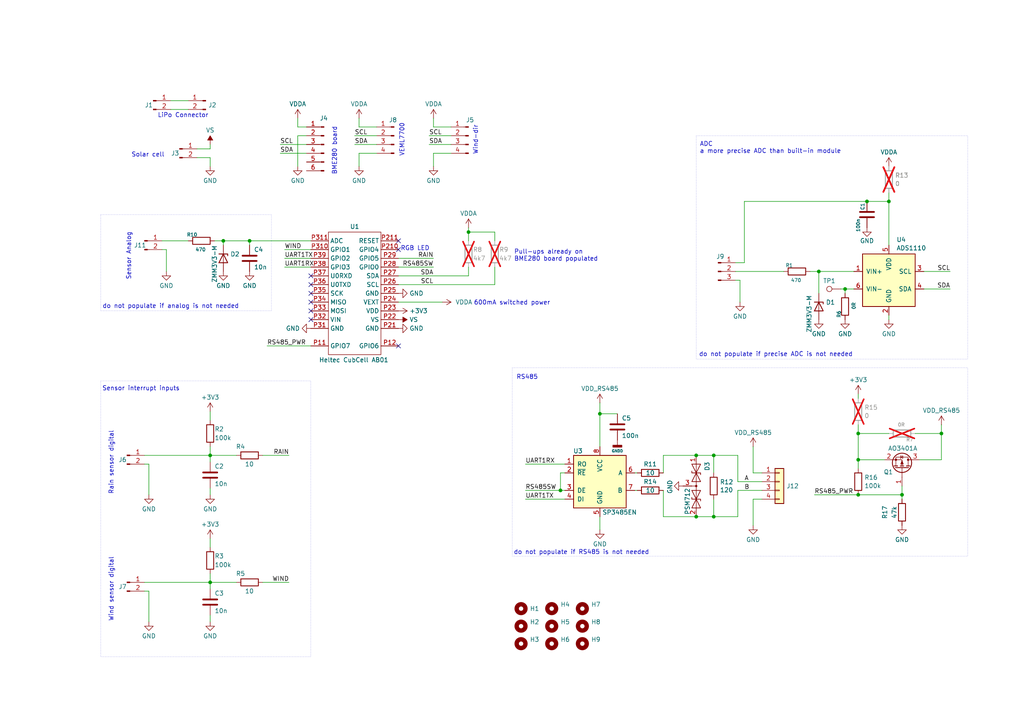
<source format=kicad_sch>
(kicad_sch (version 20231120) (generator "eeschema") (generator_version "8.0")
  (paper "A4")
  (title_block (title "LoRa Weather Station Mainboard") (rev "2.2") (company "B.P."))
  (lib_symbols
    (symbol "Analog_ADC:ADS1110" (pin_names (offset 1.016))
      (property "Reference" "U" (at -7.62 8.89 0))
      (property "Value" "ADS1110" (at 1.27 8.89 0))
      (symbol "ADS1110_0_1"
        (rectangle (start -7.62 7.62) (end 7.62 -7.62) (stroke (width 0.254)) (fill (type background)))
      )
      (symbol "ADS1110_1_1"
        (pin input line (at -10.16 2.54 0) (length 2.54) (name "VIN+") (number "1"))
        (pin power_in line (at 0 -10.16 90) (length 2.54) (name "GND") (number "2"))
        (pin input line (at 10.16 2.54 180) (length 2.54) (name "SCL") (number "3"))
        (pin bidirectional line (at 10.16 -2.54 180) (length 2.54) (name "SDA") (number "4"))
        (pin power_in line (at 0 10.16 270) (length 2.54) (name "VDD") (number "5"))
        (pin input line (at -10.16 -2.54 0) (length 2.54) (name "VIN-") (number "6"))
      )
    )
    (symbol "Connector:Conn_01x02_Pin" (pin_names (offset 1.016) hide)
      (property "Reference" "J" (at 0 2.54 0))
      (property "Value" "Conn_01x02_Pin" (at 0 -5.08 0))
      (symbol "Conn_01x02_Pin_1_1"
        (polyline (pts (xy 1.27 -2.54) (xy 0.8636 -2.54)) (stroke (width 0.1524)))
        (polyline (pts (xy 1.27 0) (xy 0.8636 0)) (stroke (width 0.1524)))
        (rectangle (start 0.8636 -2.413) (end 0 -2.667) (stroke (width 0.1524)) (fill (type outline)))
        (rectangle (start 0.8636 0.127) (end 0 -0.127) (stroke (width 0.1524)) (fill (type outline)))
        (pin passive line (at 5.08 0 180) (length 3.81) (name "Pin_1") (number "1"))
        (pin passive line (at 5.08 -2.54 180) (length 3.81) (name "Pin_2") (number "2"))
      )
    )
    (symbol "Connector:Conn_01x03_Pin" (pin_names (offset 1.016) hide)
      (property "Reference" "J" (at 0 5.08 0))
      (property "Value" "Conn_01x03_Pin" (at 0 -5.08 0))
      (symbol "Conn_01x03_Pin_1_1"
        (polyline (pts (xy 1.27 -2.54) (xy 0.8636 -2.54)) (stroke (width 0.1524)))
        (polyline (pts (xy 1.27 0) (xy 0.8636 0)) (stroke (width 0.1524)))
        (polyline (pts (xy 1.27 2.54) (xy 0.8636 2.54)) (stroke (width 0.1524)))
        (rectangle (start 0.8636 -2.413) (end 0 -2.667) (stroke (width 0.1524)) (fill (type outline)))
        (rectangle (start 0.8636 0.127) (end 0 -0.127) (stroke (width 0.1524)) (fill (type outline)))
        (rectangle (start 0.8636 2.667) (end 0 2.413) (stroke (width 0.1524)) (fill (type outline)))
        (pin passive line (at 5.08 2.54 180) (length 3.81) (name "Pin_1") (number "1"))
        (pin passive line (at 5.08 0 180) (length 3.81) (name "Pin_2") (number "2"))
        (pin passive line (at 5.08 -2.54 180) (length 3.81) (name "Pin_3") (number "3"))
      )
    )
    (symbol "Connector:Conn_01x04_Pin" (pin_names (offset 1.016) hide)
      (property "Reference" "J" (at 0 5.08 0))
      (property "Value" "Conn_01x04_Pin" (at 0 -7.62 0))
      (symbol "Conn_01x04_Pin_1_1"
        (polyline (pts (xy 1.27 -5.08) (xy 0.8636 -5.08)) (stroke (width 0.1524)))
        (polyline (pts (xy 1.27 -2.54) (xy 0.8636 -2.54)) (stroke (width 0.1524)))
        (polyline (pts (xy 1.27 0) (xy 0.8636 0)) (stroke (width 0.1524)))
        (polyline (pts (xy 1.27 2.54) (xy 0.8636 2.54)) (stroke (width 0.1524)))
        (rectangle (start 0.8636 -4.953) (end 0 -5.207) (stroke (width 0.1524)) (fill (type outline)))
        (rectangle (start 0.8636 -2.413) (end 0 -2.667) (stroke (width 0.1524)) (fill (type outline)))
        (rectangle (start 0.8636 0.127) (end 0 -0.127) (stroke (width 0.1524)) (fill (type outline)))
        (rectangle (start 0.8636 2.667) (end 0 2.413) (stroke (width 0.1524)) (fill (type outline)))
        (pin passive line (at 5.08 2.54 180) (length 3.81) (name "Pin_1") (number "1"))
        (pin passive line (at 5.08 0 180) (length 3.81) (name "Pin_2") (number "2"))
        (pin passive line (at 5.08 -2.54 180) (length 3.81) (name "Pin_3") (number "3"))
        (pin passive line (at 5.08 -5.08 180) (length 3.81) (name "Pin_4") (number "4"))
      )
    )
    (symbol "Connector:Conn_01x06_Pin" (pin_names (offset 1.016) hide)
      (property "Reference" "J" (at 0 7.62 0))
      (property "Value" "Conn_01x06_Pin" (at 0 -10.16 0))
      (symbol "Conn_01x06_Pin_1_1"
        (polyline (pts (xy 1.27 -7.62) (xy 0.8636 -7.62)) (stroke (width 0.1524)))
        (polyline (pts (xy 1.27 -5.08) (xy 0.8636 -5.08)) (stroke (width 0.1524)))
        (polyline (pts (xy 1.27 -2.54) (xy 0.8636 -2.54)) (stroke (width 0.1524)))
        (polyline (pts (xy 1.27 0) (xy 0.8636 0)) (stroke (width 0.1524)))
        (polyline (pts (xy 1.27 2.54) (xy 0.8636 2.54)) (stroke (width 0.1524)))
        (polyline (pts (xy 1.27 5.08) (xy 0.8636 5.08)) (stroke (width 0.1524)))
        (rectangle (start 0.8636 -7.493) (end 0 -7.747) (stroke (width 0.1524)) (fill (type outline)))
        (rectangle (start 0.8636 -4.953) (end 0 -5.207) (stroke (width 0.1524)) (fill (type outline)))
        (rectangle (start 0.8636 -2.413) (end 0 -2.667) (stroke (width 0.1524)) (fill (type outline)))
        (rectangle (start 0.8636 0.127) (end 0 -0.127) (stroke (width 0.1524)) (fill (type outline)))
        (rectangle (start 0.8636 2.667) (end 0 2.413) (stroke (width 0.1524)) (fill (type outline)))
        (rectangle (start 0.8636 5.207) (end 0 4.953) (stroke (width 0.1524)) (fill (type outline)))
        (pin passive line (at 5.08 5.08 180) (length 3.81) (name "Pin_1") (number "1"))
        (pin passive line (at 5.08 2.54 180) (length 3.81) (name "Pin_2") (number "2"))
        (pin passive line (at 5.08 0 180) (length 3.81) (name "Pin_3") (number "3"))
        (pin passive line (at 5.08 -2.54 180) (length 3.81) (name "Pin_4") (number "4"))
        (pin passive line (at 5.08 -5.08 180) (length 3.81) (name "Pin_5") (number "5"))
        (pin passive line (at 5.08 -7.62 180) (length 3.81) (name "Pin_6") (number "6"))
      )
    )
    (symbol "Connector:TestPoint" (pin_numbers hide) (pin_names (offset 0.762) hide)
      (property "Reference" "TP" (at 0 6.858 0))
      (property "Value" "TestPoint" (at 0 5.08 0))
      (symbol "TestPoint_0_1"
        (circle (center 0 3.302) (radius 0.762))
      )
      (symbol "TestPoint_1_1"
        (pin passive line (at 0 0 90) (length 2.54) (name "1") (number "1"))
      )
    )
    (symbol "Connector_Generic:Conn_01x04" (pin_names (offset 1.016) hide)
      (property "Reference" "J" (at 0 5.08 0))
      (property "Value" "Conn_01x04" (at 0 -7.62 0))
      (symbol "Conn_01x04_1_1"
        (rectangle (start -1.27 -4.953) (end 0 -5.207) (stroke (width 0.1524)))
        (rectangle (start -1.27 -2.413) (end 0 -2.667) (stroke (width 0.1524)))
        (rectangle (start -1.27 0.127) (end 0 -0.127) (stroke (width 0.1524)))
        (rectangle (start -1.27 2.667) (end 0 2.413) (stroke (width 0.1524)))
        (rectangle (start -1.27 3.81) (end 1.27 -6.35) (stroke (width 0.254)) (fill (type background)))
        (pin passive line (at -5.08 2.54 0) (length 3.81) (name "Pin_1") (number "1"))
        (pin passive line (at -5.08 0 0) (length 3.81) (name "Pin_2") (number "2"))
        (pin passive line (at -5.08 -2.54 0) (length 3.81) (name "Pin_3") (number "3"))
        (pin passive line (at -5.08 -5.08 0) (length 3.81) (name "Pin_4") (number "4"))
      )
    )
    (symbol "Device:C" (pin_numbers hide) (pin_names (offset 0.254))
      (property "Reference" "C" (at 0.635 2.54 0))
      (property "Value" "C" (at 0.635 -2.54 0))
      (symbol "C_0_1"
        (polyline (pts (xy -2.032 -0.762) (xy 2.032 -0.762)) (stroke (width 0.508)))
        (polyline (pts (xy -2.032 0.762) (xy 2.032 0.762)) (stroke (width 0.508)))
      )
      (symbol "C_1_1"
        (pin passive line (at 0 3.81 270) (length 2.794) (name "~") (number "1"))
        (pin passive line (at 0 -3.81 90) (length 2.794) (name "~") (number "2"))
      )
    )
    (symbol "Device:D_TVS_x2_AAC" (pin_names (offset 1.016) hide)
      (property "Reference" "D" (at 0 4.445 0))
      (property "Value" "Device_D_TVS_x2_AAC" (at 0 2.54 0))
      (symbol "D_TVS_x2_AAC_0_0"
        (polyline (pts (xy 0 -1.27) (xy 0 0)))
      )
      (symbol "D_TVS_x2_AAC_0_1"
        (polyline (pts (xy -6.35 0) (xy 6.35 0)))
        (polyline (pts (xy -3.302 1.27) (xy -3.81 1.27) (xy -3.81 -1.27) (xy -4.318 -1.27)) (stroke (width 0.2032)))
        (polyline (pts (xy 4.318 1.27) (xy 3.81 1.27) (xy 3.81 -1.27) (xy 3.302 -1.27)) (stroke (width 0.2032)))
        (polyline (pts (xy -6.35 -1.27) (xy -1.27 1.27) (xy -1.27 -1.27) (xy -6.35 1.27) (xy -6.35 -1.27)) (stroke (width 0.2032)))
        (polyline (pts (xy 1.27 -1.27) (xy 1.27 1.27) (xy 6.35 -1.27) (xy 6.35 1.27) (xy 1.27 -1.27)) (stroke (width 0.2032)))
        (circle (center 0 0) (radius 0.254) (fill (type outline)))
      )
      (symbol "D_TVS_x2_AAC_1_1"
        (pin passive line (at -8.89 0 0) (length 2.54) (name "A1") (number "1"))
        (pin passive line (at 8.89 0 180) (length 2.54) (name "A2") (number "2"))
        (pin input line (at 0 -3.81 90) (length 2.54) (name "common") (number "3"))
      )
    )
    (symbol "Device:D_Zener" (pin_numbers hide) (pin_names (offset 1.016) hide)
      (property "Reference" "D" (at 0 2.54 0))
      (property "Value" "D_Zener" (at 0 -2.54 0))
      (symbol "D_Zener_0_1"
        (polyline (pts (xy 1.27 0) (xy -1.27 0)))
        (polyline (pts (xy -1.27 -1.27) (xy -1.27 1.27) (xy -0.762 1.27)) (stroke (width 0.254)))
        (polyline (pts (xy 1.27 -1.27) (xy 1.27 1.27) (xy -1.27 0) (xy 1.27 -1.27)) (stroke (width 0.254)))
      )
      (symbol "D_Zener_1_1"
        (pin passive line (at -3.81 0 0) (length 2.54) (name "K") (number "1"))
        (pin passive line (at 3.81 0 180) (length 2.54) (name "A") (number "2"))
      )
    )
    (symbol "Device:R" (pin_numbers hide) (pin_names (offset 0))
      (property "Reference" "R" (at 2.032 0 90))
      (property "Value" "R" (at 0 0 90))
      (symbol "R_0_1"
        (rectangle (start -1.016 -2.54) (end 1.016 2.54) (stroke (width 0.254)))
      )
      (symbol "R_1_1"
        (pin passive line (at 0 3.81 270) (length 1.27) (name "~") (number "1"))
        (pin passive line (at 0 -3.81 90) (length 1.27) (name "~") (number "2"))
      )
    )
    (symbol "Heltec:CubeCellAB01"
      (property "Reference" "U" (at 7.62 0 0))
      (symbol "CubeCellAB01_0_1"
        (rectangle (start 0 -1.27) (end 15.24 -36.83))
      )
      (symbol "CubeCellAB01_1_1"
        (pin power_in line (at -5.08 -34.29 0) (length 5.08) (name "GPIO7") (number "P11"))
        (pin power_in line (at 20.32 -34.29 180) (length 5.08) (name "GPIO6") (number "P12"))
        (pin power_in line (at 20.32 -29.21 180) (length 5.08) (name "GND") (number "P21"))
        (pin bidirectional line (at 20.32 -6.35 180) (length 5.08) (name "GPIO4") (number "P210"))
        (pin input line (at 20.32 -3.81 180) (length 5.08) (name "RESET") (number "P211"))
        (pin power_in line (at 20.32 -26.67 180) (length 5.08) (name "VS") (number "P22"))
        (pin power_in line (at 20.32 -24.13 180) (length 5.08) (name "VDD") (number "P23"))
        (pin power_in line (at 20.32 -21.59 180) (length 5.08) (name "VEXT") (number "P24"))
        (pin power_in line (at 20.32 -19.05 180) (length 5.08) (name "GND") (number "P25"))
        (pin bidirectional line (at 20.32 -16.51 180) (length 5.08) (name "SCL") (number "P26"))
        (pin bidirectional line (at 20.32 -13.97 180) (length 5.08) (name "SDA") (number "P27"))
        (pin bidirectional line (at 20.32 -11.43 180) (length 5.08) (name "GPIO0") (number "P28"))
        (pin bidirectional line (at 20.32 -8.89 180) (length 5.08) (name "GPIO5") (number "P29"))
        (pin power_in line (at -5.08 -29.21 0) (length 5.08) (name "GND") (number "P31"))
        (pin bidirectional line (at -5.08 -6.35 0) (length 5.08) (name "GPIO1") (number "P310"))
        (pin bidirectional line (at -5.08 -3.81 0) (length 5.08) (name "ADC") (number "P311"))
        (pin power_in line (at -5.08 -26.67 0) (length 5.08) (name "VIN") (number "P32"))
        (pin bidirectional line (at -5.08 -24.13 0) (length 5.08) (name "MOSI") (number "P33"))
        (pin bidirectional line (at -5.08 -21.59 0) (length 5.08) (name "MISO") (number "P34"))
        (pin bidirectional line (at -5.08 -19.05 0) (length 5.08) (name "SCK") (number "P35"))
        (pin bidirectional line (at -5.08 -16.51 0) (length 5.08) (name "U0TXD") (number "P36"))
        (pin bidirectional line (at -5.08 -13.97 0) (length 5.08) (name "U0RXD") (number "P37"))
        (pin bidirectional line (at -5.08 -11.43 0) (length 5.08) (name "GPIO3") (number "P38"))
        (pin bidirectional line (at -5.08 -8.89 0) (length 5.08) (name "GPIO2") (number "P39"))
      )
    )
    (symbol "Interface_UART:SP3485EN" (pin_names (offset 1.016))
      (property "Reference" "U" (at -7.62 8.89 0))
      (property "Value" "SP3485EN" (at 2.54 8.89 0))
      (symbol "SP3485EN_0_1"
        (rectangle (start -7.62 7.62) (end 7.62 -7.62) (stroke (width 0.254)) (fill (type background)))
      )
      (symbol "SP3485EN_1_1"
        (pin output line (at -10.16 5.08 0) (length 2.54) (name "RO") (number "1"))
        (pin input line (at -10.16 2.54 0) (length 2.54) (name "~{RE}") (number "2"))
        (pin input line (at -10.16 -2.54 0) (length 2.54) (name "DE") (number "3"))
        (pin input line (at -10.16 -5.08 0) (length 2.54) (name "DI") (number "4"))
        (pin power_in line (at 0 -10.16 90) (length 2.54) (name "GND") (number "5"))
        (pin bidirectional line (at 10.16 2.54 180) (length 2.54) (name "A") (number "6"))
        (pin bidirectional line (at 10.16 -2.54 180) (length 2.54) (name "B") (number "7"))
        (pin power_in line (at 0 10.16 270) (length 2.54) (name "VCC") (number "8"))
      )
    )
    (symbol "Mechanical:MountingHole" (pin_names (offset 1.016))
      (property "Reference" "H" (at 0 5.08 0))
      (property "Value" "MountingHole" (at 0 3.175 0))
      (symbol "MountingHole_0_1"
        (circle (center 0 0) (radius 1.27) (stroke (width 1.27)))
      )
    )
    (symbol "R_1" (pin_numbers hide) (pin_names (offset 0))
      (property "Reference" "R" (at 2.032 0 90))
      (property "Value" "R" (at 0 0 90))
      (symbol "R_1_0_1"
        (rectangle (start -1.016 -2.54) (end 1.016 2.54) (stroke (width 0.254)))
      )
      (symbol "R_1_1_1"
        (pin passive line (at 0 3.81 270) (length 1.27) (name "~") (number "1"))
        (pin passive line (at 0 -3.81 90) (length 1.27) (name "~") (number "2"))
      )
    )
    (symbol "Transistor_FET:AO3401A" (pin_names hide)
      (property "Reference" "Q" (at 5.08 1.905 0))
      (property "Value" "AO3401A" (at 5.08 0 0))
      (symbol "AO3401A_0_1"
        (polyline (pts (xy 0.254 0) (xy -2.54 0)))
        (polyline (pts (xy 0.254 1.905) (xy 0.254 -1.905)) (stroke (width 0.254)))
        (polyline (pts (xy 0.762 -1.27) (xy 0.762 -2.286)) (stroke (width 0.254)))
        (polyline (pts (xy 0.762 0.508) (xy 0.762 -0.508)) (stroke (width 0.254)))
        (polyline (pts (xy 0.762 2.286) (xy 0.762 1.27)) (stroke (width 0.254)))
        (polyline (pts (xy 2.54 2.54) (xy 2.54 1.778)))
        (polyline (pts (xy 2.54 -2.54) (xy 2.54 0) (xy 0.762 0)))
        (polyline (pts (xy 0.762 1.778) (xy 3.302 1.778) (xy 3.302 -1.778) (xy 0.762 -1.778)))
        (polyline (pts (xy 2.286 0) (xy 1.27 0.381) (xy 1.27 -0.381) (xy 2.286 0)) (fill (type outline)))
        (polyline (pts (xy 2.794 -0.508) (xy 2.921 -0.381) (xy 3.683 -0.381) (xy 3.81 -0.254)))
        (polyline (pts (xy 3.302 -0.381) (xy 2.921 0.254) (xy 3.683 0.254) (xy 3.302 -0.381)))
        (circle (center 1.651 0) (radius 2.794) (stroke (width 0.254)))
        (circle (center 2.54 -1.778) (radius 0.254) (fill (type outline)))
        (circle (center 2.54 1.778) (radius 0.254) (fill (type outline)))
      )
      (symbol "AO3401A_1_1"
        (pin input line (at -5.08 0 0) (length 2.54) (name "G") (number "1"))
        (pin passive line (at 2.54 -5.08 90) (length 2.54) (name "S") (number "2"))
        (pin passive line (at 2.54 5.08 270) (length 2.54) (name "D") (number "3"))
      )
    )
    (symbol "power:+3V3" (power) (pin_names (offset 0))
      (property "Value" "+3V3" (at 0 3.556 0))
      (symbol "+3V3_0_1"
        (polyline (pts (xy -0.762 1.27) (xy 0 2.54)))
        (polyline (pts (xy 0 0) (xy 0 2.54)))
        (polyline (pts (xy 0 2.54) (xy 0.762 1.27)))
      )
      (symbol "+3V3_1_1"
        (pin power_in line (at 0 0 90) (length 0) hide (name "+3V3") (number "1"))
      )
    )
    (symbol "power:GND" (power) (pin_names (offset 0))
      (property "Value" "GND" (at 0 -3.81 0))
      (symbol "GND_0_1"
        (polyline (pts (xy 0 0) (xy 0 -1.27) (xy 1.27 -1.27) (xy 0 -2.54) (xy -1.27 -1.27) (xy 0 -1.27)))
      )
      (symbol "GND_1_1"
        (pin power_in line (at 0 0 270) (length 0) hide (name "GND") (number "1"))
      )
    )
    (symbol "power:GNDD" (power) (pin_names (offset 0))
      (property "Value" "GNDD" (at 0 -3.175 0))
      (symbol "GNDD_0_1"
        (rectangle (start -1.27 -1.524) (end 1.27 -2.032) (stroke (width 0.254)) (fill (type outline)))
        (polyline (pts (xy 0 0) (xy 0 -1.524)))
      )
      (symbol "GNDD_1_1"
        (pin power_in line (at 0 0 270) (length 0) hide (name "GNDD") (number "1"))
      )
    )
    (symbol "power:VD" (power) (pin_numbers hide) (pin_names (offset 0) hide)
      (property "Value" "VD" (at 0 3.556 0))
      (symbol "VD_0_1"
        (polyline (pts (xy -0.762 1.27) (xy 0 2.54)))
        (polyline (pts (xy 0 0) (xy 0 2.54)))
        (polyline (pts (xy 0 2.54) (xy 0.762 1.27)))
      )
      (symbol "VD_1_1"
        (pin power_in line (at 0 0 90) (length 0) (name "~") (number "1"))
      )
    )
    (symbol "power:VDDA" (power) (pin_names (offset 0))
      (property "Value" "VDDA" (at 0 3.81 0))
      (symbol "VDDA_0_1"
        (polyline (pts (xy -0.762 1.27) (xy 0 2.54)))
        (polyline (pts (xy 0 0) (xy 0 2.54)))
        (polyline (pts (xy 0 2.54) (xy 0.762 1.27)))
      )
      (symbol "VDDA_1_1"
        (pin power_in line (at 0 0 90) (length 0) hide (name "VDDA") (number "1"))
      )
    )
    (symbol "power:VS" (power) (pin_names (offset 0))
      (property "Value" "VS" (at 0 3.81 0))
      (symbol "VS_0_1"
        (polyline (pts (xy 0 0) (xy 0 2.54)))
        (polyline (pts (xy 0.762 1.27) (xy -0.762 1.27) (xy 0 2.54) (xy 0.762 1.27)) (fill (type outline)))
      )
      (symbol "VS_1_1"
        (pin power_in line (at 0 0 90) (length 0) hide (name "VS") (number "1"))
      )
    )
  )
  (junction (at 273.05 125.73))
  (junction (at 251.46 58.42))
  (junction (at 162.56 142.24))
  (junction (at 257.81 58.42))
  (junction (at 64.77 69.85))
  (junction (at 60.96 132.08))
  (junction (at 173.99 120.015))
  (junction (at 60.96 168.91))
  (junction (at 135.89 67.31))
  (junction (at 261.62 143.51))
  (junction (at 201.93 149.86))
  (junction (at 72.39 69.85))
  (junction (at 245.11 83.82))
  (junction (at 201.93 132.08))
  (junction (at 207.01 149.86))
  (junction (at 207.01 132.08))
  (junction (at 248.92 143.51))
  (junction (at 237.49 78.74))
  (junction (at 248.92 133.35))
  (junction (at 248.92 125.73))
  (no_connect (at 115.57 69.85))
  (no_connect (at 115.57 100.33))
  (no_connect (at 90.17 92.71))
  (no_connect (at 90.17 90.17))
  (no_connect (at 90.17 87.63))
  (no_connect (at 90.17 80.01))
  (no_connect (at 90.17 85.09))
  (no_connect (at 115.57 72.39))
  (no_connect (at 90.17 82.55))
  (wire (pts (xy 213.995 149.86) (xy 213.995 142.24)))
  (wire (pts (xy 125.73 44.45) (xy 125.73 48.26)))
  (wire (pts (xy 109.22 44.45) (xy 104.14 44.45)))
  (wire (pts (xy 109.22 36.83) (xy 104.14 36.83)))
  (wire (pts (xy 135.89 66.04) (xy 135.89 67.31)))
  (wire (pts (xy 192.405 137.16) (xy 192.405 132.08)))
  (wire (pts (xy 82.55 77.47) (xy 90.17 77.47)))
  (wire (pts (xy 173.99 120.015) (xy 173.99 129.54)))
  (wire (pts (xy 152.4 144.78) (xy 163.83 144.78)))
  (wire (pts (xy 60.96 119.38) (xy 60.96 121.92)))
  (wire (pts (xy 257.81 58.42) (xy 257.81 71.12)))
  (wire (pts (xy 60.96 43.18) (xy 57.15 43.18)))
  (wire (pts (xy 214.63 81.28) (xy 213.36 81.28)))
  (wire (pts (xy 60.96 132.08) (xy 60.96 129.54)))
  (wire (pts (xy 76.2 132.08) (xy 83.82 132.08)))
  (wire (pts (xy 218.44 144.78) (xy 220.98 144.78)))
  (wire (pts (xy 115.57 82.55) (xy 143.51 82.55)))
  (wire (pts (xy 192.405 132.08) (xy 201.93 132.08)))
  (wire (pts (xy 64.77 69.85) (xy 64.77 71.12)))
  (wire (pts (xy 135.89 67.31) (xy 135.89 69.85)))
  (wire (pts (xy 135.89 77.47) (xy 135.89 80.01)))
  (wire (pts (xy 57.15 45.72) (xy 60.96 45.72)))
  (wire (pts (xy 215.9 58.42) (xy 215.9 76.2)))
  (wire (pts (xy 48.26 78.74) (xy 48.26 72.39)))
  (wire (pts (xy 273.05 125.73) (xy 273.05 123.19)))
  (wire (pts (xy 152.4 142.24) (xy 162.56 142.24)))
  (wire (pts (xy 257.81 55.88) (xy 257.81 58.42)))
  (wire (pts (xy 130.81 44.45) (xy 125.73 44.45)))
  (wire (pts (xy 201.93 149.86) (xy 207.01 149.86)))
  (wire (pts (xy 41.91 168.91) (xy 60.96 168.91)))
  (wire (pts (xy 214.63 87.63) (xy 214.63 81.28)))
  (wire (pts (xy 41.91 132.08) (xy 60.96 132.08)))
  (wire (pts (xy 130.81 41.91) (xy 124.46 41.91)))
  (wire (pts (xy 152.4 134.62) (xy 163.83 134.62)))
  (wire (pts (xy 207.01 132.08) (xy 207.01 137.16)))
  (wire (pts (xy 162.56 142.24) (xy 162.56 137.16)))
  (wire (pts (xy 115.57 74.93) (xy 125.73 74.93)))
  (wire (pts (xy 234.95 78.74) (xy 237.49 78.74)))
  (wire (pts (xy 130.81 36.83) (xy 125.73 36.83)))
  (wire (pts (xy 237.49 78.74) (xy 247.65 78.74)))
  (wire (pts (xy 266.7 133.35) (xy 273.05 133.35)))
  (wire (pts (xy 265.43 125.73) (xy 273.05 125.73)))
  (wire (pts (xy 115.57 80.01) (xy 135.89 80.01)))
  (wire (pts (xy 143.51 67.31) (xy 135.89 67.31)))
  (wire (pts (xy 86.36 39.37) (xy 88.9 39.37)))
  (wire (pts (xy 248.92 133.35) (xy 256.54 133.35)))
  (wire (pts (xy 60.96 132.08) (xy 68.58 132.08)))
  (wire (pts (xy 218.44 152.4) (xy 218.44 144.78)))
  (wire (pts (xy 192.405 149.86) (xy 201.93 149.86)))
  (wire (pts (xy 213.995 142.24) (xy 220.98 142.24)))
  (wire (pts (xy 115.57 77.47) (xy 125.73 77.47)))
  (wire (pts (xy 173.99 149.86) (xy 173.99 153.67)))
  (wire (pts (xy 248.92 125.73) (xy 248.92 133.35)))
  (wire (pts (xy 60.96 180.34) (xy 60.96 178.435)))
  (wire (pts (xy 77.47 100.33) (xy 90.17 100.33)))
  (wire (pts (xy 60.96 143.51) (xy 60.96 141.605)))
  (wire (pts (xy 109.22 41.91) (xy 102.87 41.91)))
  (wire (pts (xy 143.51 69.85) (xy 143.51 67.31)))
  (wire (pts (xy 248.92 123.19) (xy 248.92 125.73)))
  (wire (pts (xy 104.14 36.83) (xy 104.14 34.29)))
  (wire (pts (xy 43.18 134.62) (xy 43.18 143.51)))
  (wire (pts (xy 257.81 92.71) (xy 257.81 91.44)))
  (wire (pts (xy 245.11 83.82) (xy 243.84 83.82)))
  (wire (pts (xy 163.83 142.24) (xy 162.56 142.24)))
  (wire (pts (xy 90.17 72.39) (xy 82.55 72.39)))
  (wire (pts (xy 43.18 171.45) (xy 43.18 180.34)))
  (wire (pts (xy 220.98 137.16) (xy 218.44 137.16)))
  (wire (pts (xy 257.81 58.42) (xy 251.46 58.42)))
  (wire (pts (xy 60.96 168.91) (xy 60.96 170.815)))
  (wire (pts (xy 72.39 69.85) (xy 72.39 71.12)))
  (wire (pts (xy 162.56 137.16) (xy 163.83 137.16)))
  (wire (pts (xy 213.995 139.7) (xy 220.98 139.7)))
  (wire (pts (xy 60.96 41.91) (xy 60.96 43.18)))
  (wire (pts (xy 248.92 125.73) (xy 257.81 125.73)))
  (wire (pts (xy 248.92 143.51) (xy 261.62 143.51)))
  (wire (pts (xy 62.23 69.85) (xy 64.77 69.85)))
  (wire (pts (xy 213.995 132.08) (xy 213.995 139.7)))
  (wire (pts (xy 245.11 85.09) (xy 245.11 83.82)))
  (wire (pts (xy 201.93 132.08) (xy 207.01 132.08)))
  (wire (pts (xy 184.15 137.16) (xy 184.785 137.16)))
  (wire (pts (xy 215.9 58.42) (xy 251.46 58.42)))
  (wire (pts (xy 267.97 78.74) (xy 275.59 78.74)))
  (wire (pts (xy 207.01 149.86) (xy 207.01 144.78)))
  (wire (pts (xy 60.96 168.91) (xy 68.58 168.91)))
  (wire (pts (xy 60.96 156.21) (xy 60.96 158.75)))
  (wire (pts (xy 267.97 83.82) (xy 275.59 83.82)))
  (wire (pts (xy 130.81 39.37) (xy 124.46 39.37)))
  (wire (pts (xy 237.49 78.74) (xy 237.49 85.09)))
  (wire (pts (xy 86.36 36.83) (xy 86.36 34.29)))
  (wire (pts (xy 143.51 77.47) (xy 143.51 82.55)))
  (wire (pts (xy 184.15 142.24) (xy 184.785 142.24)))
  (wire (pts (xy 261.62 140.97) (xy 261.62 143.51)))
  (wire (pts (xy 125.73 36.83) (xy 125.73 34.29)))
  (wire (pts (xy 60.96 132.08) (xy 60.96 133.985)))
  (wire (pts (xy 173.99 116.84) (xy 173.99 120.015)))
  (wire (pts (xy 248.92 114.3) (xy 248.92 115.57)))
  (wire (pts (xy 109.22 39.37) (xy 102.87 39.37)))
  (wire (pts (xy 54.61 31.75) (xy 49.53 31.75)))
  (wire (pts (xy 207.01 132.08) (xy 213.995 132.08)))
  (wire (pts (xy 192.405 142.24) (xy 192.405 149.86)))
  (wire (pts (xy 207.01 149.86) (xy 213.995 149.86)))
  (wire (pts (xy 72.39 69.85) (xy 90.17 69.85)))
  (wire (pts (xy 213.36 78.74) (xy 227.33 78.74)))
  (wire (pts (xy 128.27 87.63) (xy 115.57 87.63)))
  (wire (pts (xy 173.99 120.015) (xy 179.07 120.015)))
  (wire (pts (xy 218.44 137.16) (xy 218.44 129.54)))
  (wire (pts (xy 54.61 29.21) (xy 49.53 29.21)))
  (wire (pts (xy 213.36 76.2) (xy 215.9 76.2)))
  (wire (pts (xy 245.11 83.82) (xy 247.65 83.82)))
  (wire (pts (xy 41.91 171.45) (xy 43.18 171.45)))
  (wire (pts (xy 81.28 41.91) (xy 88.9 41.91)))
  (wire (pts (xy 104.14 44.45) (xy 104.14 48.26)))
  (wire (pts (xy 60.96 45.72) (xy 60.96 48.26)))
  (wire (pts (xy 88.9 36.83) (xy 86.36 36.83)))
  (wire (pts (xy 82.55 74.93) (xy 90.17 74.93)))
  (wire (pts (xy 261.62 143.51) (xy 261.62 144.78)))
  (wire (pts (xy 86.36 48.26) (xy 86.36 39.37)))
  (wire (pts (xy 64.77 69.85) (xy 72.39 69.85)))
  (wire (pts (xy 48.26 72.39) (xy 46.99 72.39)))
  (wire (pts (xy 81.28 44.45) (xy 88.9 44.45)))
  (wire (pts (xy 41.91 134.62) (xy 43.18 134.62)))
  (wire (pts (xy 236.22 143.51) (xy 248.92 143.51)))
  (wire (pts (xy 273.05 133.35) (xy 273.05 125.73)))
  (wire (pts (xy 60.96 168.91) (xy 60.96 166.37)))
  (wire (pts (xy 76.2 168.91) (xy 83.82 168.91)))
  (wire (pts (xy 248.92 135.89) (xy 248.92 133.35)))
  (wire (pts (xy 46.99 69.85) (xy 54.61 69.85)))
  (rectangle (start 201.93 39.37) (end 280.67 104.14) (stroke (width 0.0254) (type dot)))
  (rectangle (start 29.21 62.23) (end 78.74 90.17) (stroke (width 0.0254) (type dot)))
  (rectangle (start 29.21 110.49) (end 90.17 190.5) (stroke (width 0.0254) (type dot)))
  (rectangle (start 148.59 106.68) (end 280.67 161.29) (stroke (width 0.0254) (type dot)))
  (text "do not populate if precise ADC is not needed" (at 225.044 102.87 0) (effects (font (size 1.27 1.27))))
  (text "Rain sensor digital" (at 33.02 143.51 90) (effects (font (size 1.27 1.27)) (justify left bottom)))
  (text "ADC\na more precise ADC than built-in module" (at 202.946 42.926 0) (effects (font (size 1.27 1.27)) (justify left)))
  (text "do not populate if RS485 is not needed" (at 168.656 160.274 0) (effects (font (size 1.27 1.27))))
  (text "Solar cell" (at 38.1 45.72 0) (effects (font (size 1.27 1.27)) (justify left bottom)))
  (text "Pull-ups already on\nBME280 board populated" (at 149.098 74.168 0) (effects (font (size 1.27 1.27)) (justify left)))
  (text "Sensor interrupt inputs" (at 40.894 112.776 0) (effects (font (size 1.27 1.27))))
  (text "do not populate if analog is not needed" (at 49.53 88.9 0) (effects (font (size 1.27 1.27))))
  (text "RS485" (at 152.908 109.474 0) (effects (font (size 1.27 1.27))))
  (text "RGB LED" (at 120.396 72.136 0) (effects (font (size 1.27 1.27))))
  (text "BME280 board" (at 97.79 50.8 90) (effects (font (size 1.27 1.27)) (justify left bottom)))
  (text "600mA switched power" (at 137.414 88.646 0) (effects (font (size 1.27 1.27)) (justify left bottom)))
  (text "Wind-dir" (at 138.684 44.958 90) (effects (font (size 1.27 1.27)) (justify left bottom)))
  (text "Wind sensor digital" (at 33.02 180.34 90) (effects (font (size 1.27 1.27)) (justify left bottom)))
  (text "LiPo Connector" (at 45.72 34.29 0) (effects (font (size 1.27 1.27)) (justify left bottom)))
  (text "Sensor Analog" (at 38.1 81.28 90) (effects (font (size 1.27 1.27)) (justify left bottom)))
  (text "VEML7700" (at 117.348 45.466 90) (effects (font (size 1.27 1.27)) (justify left bottom)))
  (label "A" (at 215.9 139.7 0))
  (label "RS485_PWR" (at 236.22 143.51 0))
  (label "UART1RX" (at 152.4 134.62 0))
  (label "SDA" (at 81.28 44.45 0))
  (label "RAIN" (at 125.73 74.93 180))
  (label "SCL" (at 102.87 39.37 0))
  (label "SCL" (at 81.28 41.91 0))
  (label "SDA" (at 275.59 83.82 180))
  (label "SCL" (at 125.73 82.55 180))
  (label "SCL" (at 124.46 39.37 0))
  (label "SDA" (at 124.46 41.91 0))
  (label "B" (at 215.9 142.24 0))
  (label "UART1TX" (at 82.55 74.93 0))
  (label "RS485SW" (at 152.4 142.24 0))
  (label "UART1RX" (at 82.55 77.47 0))
  (label "UART1TX" (at 152.4 144.78 0))
  (label "RS485_PWR" (at 77.47 100.33 0))
  (label "RS485SW" (at 125.73 77.47 180))
  (label "WIND" (at 82.55 72.39 0))
  (label "RAIN" (at 83.82 132.08 180))
  (label "SDA" (at 102.87 41.91 0))
  (label "SCL" (at 275.59 78.74 180))
  (label "WIND" (at 83.82 168.91 180))
  (label "SDA" (at 125.73 80.01 180))
  (symbol (lib_id "power:VDDA") (at 104.14 34.29 0) (mirror y) (unit 1)
    (property "Reference" "#PWR028" (effects (hide yes)))
    (property "Value" "VDDA" (at 104.14 30.1569 0))
  )
  (symbol (lib_id "power:GND") (at 104.14 48.26 0) (unit 1)
    (property "Reference" "#PWR029" (effects (hide yes)))
    (property "Value" "GND" (at 104.14 52.3931 0))
  )
  (symbol (lib_id "Device:R") (at 72.39 132.08 90) (unit 1)
    (property "Reference" "R4" (at 71.12 129.54 90) (effects (justify left)))
    (property "Value" "10" (at 73.66 134.62 90) (effects (justify left)))
    (property "Footprint" "Resistor_SMD:R_0603_1608Metric" (effects (hide yes)))
    (property "LCSC" "C22859" (effects (hide yes)))
  )
  (symbol (lib_id "power:VD") (at 273.05 123.19 0) (unit 1)
    (property "Reference" "#PWR043" (effects (hide yes)))
    (property "Value" "VDD_RS485" (at 273.05 119.0569 0))
    (property "Description" "Power symbol creates a global label with name \"VD\"" (effects (hide yes)))
  )
  (symbol (lib_id "Connector_Generic:Conn_01x04") (at 226.06 139.7 0) (unit 1)
    (property "Reference" "J12" (at 228.092 140.97 0) (effects (justify left)))
    (property "Value" "Conn_01x04" (effects (hide yes)))
    (property "Footprint" "Connector_JST:JST_XH_B4B-XH-A_1x04_P2.50mm_Vertical" (effects (hide yes)))
    (property "Description" "Generic connector, single row, 01x04, script generated (kicad-library-utils/schlib/autogen/connector/)" (effects (hide yes)))
  )
  (symbol (lib_id "power:GND") (at 60.96 143.51 0) (unit 1)
    (property "Reference" "#PWR017" (effects (hide yes)))
    (property "Value" "GND" (at 60.96 147.6431 0))
  )
  (symbol (lib_name "R_1") (lib_id "Device:R") (at 257.81 52.07 0) (unit 1) (in_bom no) (dnp yes)
    (property "Reference" "R13" (at 259.588 50.8578 0) (effects (justify left)))
    (property "Value" "0" (at 259.588 53.2821 0) (effects (justify left)))
    (property "Footprint" "Resistor_SMD:R_0603_1608Metric" (effects (hide yes)))
    (property "Description" "Resistor" (effects (hide yes)))
  )
  (symbol (lib_id "Mechanical:MountingHole") (at 160.02 181.61 0) (unit 1)
    (property "Reference" "H5" (at 162.56 180.3979 0) (effects (justify left)))
    (property "Value" "MountingHole" (effects (hide yes)))
    (property "Footprint" "MountingHole:MountingHole_3.2mm_M3" (effects (hide yes)))
  )
  (symbol (lib_id "Device:R") (at 188.595 142.24 270) (unit 1)
    (property "Reference" "R14" (at 188.595 139.7 90))
    (property "Value" "10" (at 188.595 142.24 90))
    (property "Footprint" "Resistor_SMD:R_0603_1608Metric" (effects (hide yes)))
    (property "LCSC" "C22859" (effects (hide yes)))
  )
  (symbol (lib_id "Connector:Conn_01x03_Pin") (at 208.28 78.74 0) (unit 1)
    (property "Reference" "J9" (at 208.915 74.4037 0))
    (property "Value" "Conn_01x03_Pin" (effects (hide yes)))
    (property "Footprint" "Connector_JST:JST_XH_B3B-XH-A_1x03_P2.50mm_Vertical" (effects (hide yes)))
  )
  (symbol (lib_id "power:VDDA") (at 257.81 48.26 0) (unit 1)
    (property "Reference" "#PWR010" (effects (hide yes)))
    (property "Value" "VDDA" (at 257.81 44.1269 0))
  )
  (symbol (lib_id "power:GND") (at 86.36 48.26 0) (unit 1)
    (property "Reference" "#PWR09" (effects (hide yes)))
    (property "Value" "GND" (at 86.36 52.3931 0))
  )
  (symbol (lib_id "power:GND") (at 64.77 78.74 0) (unit 1)
    (property "Reference" "#PWR023" (effects (hide yes)))
    (property "Value" "GND" (at 64.77 82.8731 0))
  )
  (symbol (lib_id "Connector:Conn_01x04_Pin") (at 114.3 39.37 0) (mirror y) (unit 1)
    (property "Reference" "J8" (at 112.776 34.798 0) (effects (justify right)))
    (property "Value" "Conn_01x04_Pin" (effects (hide yes)))
    (property "Footprint" "Connector_JST:JST_XH_B4B-XH-A_1x04_P2.50mm_Vertical" (effects (hide yes)))
    (property "Description" "Generic connector, single row, 01x04, script generated" (effects (hide yes)))
  )
  (symbol (lib_id "power:GND") (at 60.96 180.34 0) (unit 1)
    (property "Reference" "#PWR021" (effects (hide yes)))
    (property "Value" "GND" (at 60.96 184.4731 0))
  )
  (symbol (lib_id "Connector:Conn_01x02_Pin") (at 44.45 29.21 0) (unit 1)
    (property "Reference" "J1" (at 43.18 30.48 0))
    (property "Value" "Conn_01x02_Pin" (effects (hide yes)))
    (property "Footprint" "Connector_JST:JST_XH_B2B-XH-A_1x02_P2.50mm_Vertical" (effects (hide yes)))
  )
  (symbol (lib_id "Device:R") (at 143.51 73.66 0) (unit 1) (in_bom no) (dnp yes)
    (property "Reference" "R9" (at 144.78 72.39 0) (effects (justify left)))
    (property "Value" "4k7" (at 144.78 74.93 0) (effects (justify left)))
    (property "Footprint" "Resistor_SMD:R_0603_1608Metric" (effects (hide yes)))
    (property "LCSC" "C23162" (effects (hide yes)))
  )
  (symbol (lib_id "Device:R") (at 261.62 125.73 270) (unit 1) (in_bom no) (dnp yes)
    (property "Reference" "R7" (at 262.7884 127.508 90) (effects (font (size 1 1)) (justify left)))
    (property "Value" "0R" (at 260.35 123.19 90) (effects (font (size 1 1)) (justify left)))
    (property "Footprint" "Resistor_SMD:R_0603_1608Metric" (effects (hide yes)))
  )
  (symbol (lib_id "power:VDDA") (at 128.27 87.63 270) (unit 1)
    (property "Reference" "#PWR06" (effects (hide yes)))
    (property "Value" "VDDA" (at 132.08 87.63 90) (effects (justify left)))
  )
  (symbol (lib_id "power:GND") (at 237.49 92.71 0) (unit 1)
    (property "Reference" "#PWR014" (effects (hide yes)))
    (property "Value" "GND" (at 237.49 96.8431 0))
  )
  (symbol (lib_id "Device:R") (at 72.39 168.91 90) (unit 1)
    (property "Reference" "R5" (at 71.12 166.37 90) (effects (justify left)))
    (property "Value" "10" (at 73.66 171.45 90) (effects (justify left)))
    (property "Footprint" "Resistor_SMD:R_0603_1608Metric" (effects (hide yes)))
    (property "LCSC" "C22859" (effects (hide yes)))
  )
  (symbol (lib_id "Device:C") (at 251.46 62.23 0) (unit 1)
    (property "Reference" "C1" (at 250.19 60.96 90) (effects (font (size 1 1)) (justify left)))
    (property "Value" "100n" (at 248.92 67.31 90) (effects (font (size 1 1)) (justify left)))
    (property "Footprint" "Capacitor_SMD:C_0603_1608Metric" (effects (hide yes)))
    (property "LCSC" "C14663" (effects (hide yes)))
  )
  (symbol (lib_id "power:VDDA") (at 86.36 34.29 0) (unit 1)
    (property "Reference" "#PWR07" (effects (hide yes)))
    (property "Value" "VDDA" (at 86.36 30.1569 0))
  )
  (symbol (lib_id "power:GND") (at 72.39 78.74 0) (unit 1)
    (property "Reference" "#PWR024" (effects (hide yes)))
    (property "Value" "GND" (at 72.39 82.8731 0))
  )
  (symbol (lib_id "Connector:Conn_01x02_Pin") (at 41.91 69.85 0) (unit 1)
    (property "Reference" "J11" (at 40.64 71.12 0))
    (property "Value" "Conn_01x02_Pin" (effects (hide yes)))
    (property "Footprint" "Connector_JST:JST_XH_B2B-XH-A_1x02_P2.50mm_Vertical" (effects (hide yes)))
  )
  (symbol (lib_id "power:GND") (at 173.99 153.67 0) (unit 1)
    (property "Reference" "#PWR030" (effects (hide yes)))
    (property "Value" "GND" (at 173.99 157.8031 0))
  )
  (symbol (lib_id "Mechanical:MountingHole") (at 151.13 176.53 0) (unit 1)
    (property "Reference" "H1" (at 153.67 176.5299 0) (effects (justify left)))
    (property "Value" "MountingHole" (effects (hide yes)))
    (property "Footprint" "MountingHole:MountingHole_3.2mm_M3" (effects (hide yes)))
  )
  (symbol (lib_id "power:GND") (at 115.57 95.25 90) (unit 1)
    (property "Reference" "#PWR04" (effects (hide yes)))
    (property "Value" "GND" (at 118.745 95.25 90) (effects (justify right)))
  )
  (symbol (lib_id "power:+3V3") (at 115.57 90.17 270) (unit 1)
    (property "Reference" "#PWR016" (effects (hide yes)))
    (property "Value" "+3V3" (at 118.745 90.17 90) (effects (justify left)))
  )
  (symbol (lib_id "Device:C") (at 60.96 174.625 0) (unit 1)
    (property "Reference" "C3" (at 62.23 172.085 0) (effects (justify left)))
    (property "Value" "10n" (at 62.23 177.165 0) (effects (justify left)))
    (property "Footprint" "Capacitor_SMD:C_0603_1608Metric" (effects (hide yes)))
    (property "LCSC" "C57112" (effects (hide yes)))
  )
  (symbol (lib_id "Connector:Conn_01x06_Pin") (at 93.98 41.91 0) (mirror y) (unit 1)
    (property "Reference" "J4" (at 92.71 34.29 0) (effects (justify right)))
    (property "Value" "Conn_01x06_Pin" (effects (hide yes)))
    (property "Footprint" "Connector_PinSocket_2.54mm:PinSocket_1x06_P2.54mm_Vertical" (effects (hide yes)))
  )
  (symbol (lib_id "Mechanical:MountingHole") (at 168.91 186.69 0) (unit 1)
    (property "Reference" "H9" (at 171.45 185.4779 0) (effects (justify left)))
    (property "Value" "MountingHole" (effects (hide yes)))
    (property "Footprint" "MountingHole:MountingHole_2.7mm" (effects (hide yes)))
  )
  (symbol (lib_id "Mechanical:MountingHole") (at 168.91 176.53 0) (unit 1)
    (property "Reference" "H7" (at 171.45 175.3179 0) (effects (justify left)))
    (property "Value" "MountingHole" (effects (hide yes)))
    (property "Footprint" "MountingHole:MountingHole_2.7mm" (effects (hide yes)))
  )
  (symbol (lib_id "Mechanical:MountingHole") (at 151.13 186.69 0) (unit 1)
    (property "Reference" "H3" (at 153.67 185.4779 0) (effects (justify left)))
    (property "Value" "MountingHole" (effects (hide yes)))
    (property "Footprint" "MountingHole:MountingHole_3.2mm_M3" (effects (hide yes)))
  )
  (symbol (lib_id "power:GND") (at 214.63 87.63 0) (unit 1)
    (property "Reference" "#PWR015" (effects (hide yes)))
    (property "Value" "GND" (at 214.63 91.7631 0))
  )
  (symbol (lib_id "Heltec:CubeCellAB01") (at 95.25 66.04 0) (unit 1)
    (property "Reference" "U1" (at 102.87 65.7169 0))
    (property "Value" "Heltec CubCell AB01" (at 102.616 104.394 0))
    (property "Footprint" "Heltec:CubeCellAB01" (effects (hide yes)))
  )
  (symbol (lib_id "power:VDDA") (at 135.89 66.04 0) (mirror y) (unit 1)
    (property "Reference" "#PWR039" (effects (hide yes)))
    (property "Value" "VDDA" (at 135.89 61.9069 0))
  )
  (symbol (lib_id "Device:R") (at 231.14 78.74 90) (unit 1)
    (property "Reference" "R1" (at 229.9716 76.962 90) (effects (font (size 1 1)) (justify left)))
    (property "Value" "470" (at 232.41 81.28 90) (effects (font (size 1 1)) (justify left)))
    (property "Footprint" "Resistor_SMD:R_0603_1608Metric" (effects (hide yes)))
    (property "LCSC" "C23182" (effects (hide yes)))
  )
  (symbol (lib_id "Connector:Conn_01x04_Pin") (at 135.89 39.37 0) (mirror y) (unit 1)
    (property "Reference" "J5" (at 135.128 34.798 0) (effects (justify right)))
    (property "Value" "Conn_01x04_Pin" (effects (hide yes)))
    (property "Footprint" "Connector_JST:JST_XH_B4B-XH-A_1x04_P2.50mm_Vertical" (effects (hide yes)))
    (property "Description" "Generic connector, single row, 01x04, script generated" (effects (hide yes)))
  )
  (symbol (lib_id "Device:D_TVS_x2_AAC") (at 201.93 140.97 270) (unit 1)
    (property "Reference" "D3" (at 205.105 135.255 0))
    (property "Value" "PSM712" (at 199.39 145.415 0))
    (property "Footprint" "Package_TO_SOT_SMD:SOT-23" (effects (hide yes)))
    (property "LCSC" "C32677" (effects (hide yes)))
  )
  (symbol (lib_id "Device:R") (at 261.62 148.59 180) (unit 1)
    (property "Reference" "R17" (at 256.6375 148.59 90))
    (property "Value" "47k" (at 259.4126 148.59 90))
    (property "Footprint" "Resistor_SMD:R_0603_1608Metric" (effects (hide yes)))
    (property "LCSC" "C25819" (effects (hide yes)))
  )
  (symbol (lib_id "Analog_ADC:ADS1110") (at 257.81 81.28 0) (unit 1)
    (property "Reference" "U4" (at 260.0041 69.5155 0) (effects (justify left)))
    (property "Value" "ADS1110" (at 260.0041 71.9398 0) (effects (justify left)))
    (property "Footprint" "Package_TO_SOT_SMD:SOT-23-6" (effects (hide yes)))
    (property "Datasheet" "http://www.ti.com/lit/ds/symlink/ads1110.pdf" (effects (hide yes)))
    (property "Description" "16 Bit Analog to Digital converter with on board reference" (effects (hide yes)))
  )
  (symbol (lib_id "Device:R") (at 58.42 69.85 90) (unit 1)
    (property "Reference" "R10" (at 57.2516 68.072 90) (effects (font (size 1 1)) (justify left)))
    (property "Value" "470" (at 59.69 72.39 90) (effects (font (size 1 1)) (justify left)))
    (property "Footprint" "Resistor_SMD:R_0603_1608Metric" (effects (hide yes)))
    (property "LCSC" "C23182" (effects (hide yes)))
  )
  (symbol (lib_id "power:GND") (at 90.17 95.25 270) (unit 1)
    (property "Reference" "#PWR05" (effects (hide yes)))
    (property "Value" "GND" (at 86.9951 95.25 90) (effects (justify right)))
  )
  (symbol (lib_id "Mechanical:MountingHole") (at 160.02 176.53 0) (unit 1)
    (property "Reference" "H4" (at 162.56 175.3179 0) (effects (justify left)))
    (property "Value" "MountingHole" (effects (hide yes)))
    (property "Footprint" "MountingHole:MountingHole_3.2mm_M3" (effects (hide yes)))
  )
  (symbol (lib_id "power:+3V3") (at 60.96 119.38 0) (unit 1)
    (property "Reference" "#PWR025" (effects (hide yes)))
    (property "Value" "+3V3" (at 60.96 115.2469 0))
  )
  (symbol (lib_id "power:VD") (at 218.44 129.54 0) (unit 1)
    (property "Reference" "#PWR041" (effects (hide yes)))
    (property "Value" "VDD_RS485" (at 218.44 125.476 0))
    (property "Description" "Power symbol creates a global label with name \"VD\"" (effects (hide yes)))
  )
  (symbol (lib_id "Device:R") (at 245.11 88.9 180) (unit 1)
    (property "Reference" "R6" (at 243.332 90.0684 90) (effects (font (size 1 1)) (justify left)))
    (property "Value" "0R" (at 247.65 87.63 90) (effects (font (size 1 1)) (justify left)))
    (property "Footprint" "Resistor_SMD:R_0603_1608Metric" (effects (hide yes)))
  )
  (symbol (lib_id "power:VD") (at 173.99 116.84 0) (unit 1)
    (property "Reference" "#PWR026" (effects (hide yes)))
    (property "Value" "VDD_RS485" (at 173.99 112.7069 0))
    (property "Description" "Power symbol creates a global label with name \"VD\"" (effects (hide yes)))
  )
  (symbol (lib_id "Transistor_FET:AO3401A") (at 261.62 135.89 270) (mirror x) (unit 1)
    (property "Reference" "Q1" (at 256.286 136.906 90) (effects (justify left)))
    (property "Value" "AO3401A" (at 257.556 130.048 90) (effects (justify left)))
    (property "Footprint" "Package_TO_SOT_SMD:SOT-23" (effects (hide yes)))
    (property "Datasheet" "http://www.aosmd.com/pdfs/datasheet/AO3401A.pdf" (effects (hide yes)))
    (property "LCSC" "C15127" (effects (hide yes)))
  )
  (symbol (lib_id "Device:R") (at 188.595 137.16 270) (unit 1)
    (property "Reference" "R11" (at 188.595 134.62 90))
    (property "Value" "10" (at 188.595 137.16 90))
    (property "Footprint" "Resistor_SMD:R_0603_1608Metric" (effects (hide yes)))
    (property "LCSC" "C22859" (effects (hide yes)))
  )
  (symbol (lib_id "power:GND") (at 198.12 140.97 270) (unit 1)
    (property "Reference" "#PWR032" (effects (hide yes)))
    (property "Value" "GND" (at 194.31 143.256 0) (effects (justify right)))
  )
  (symbol (lib_name "R_1") (lib_id "Device:R") (at 248.92 119.38 0) (unit 1) (in_bom no) (dnp yes)
    (property "Reference" "R15" (at 250.698 118.1678 0) (effects (justify left)))
    (property "Value" "0" (at 250.698 120.5921 0) (effects (justify left)))
    (property "Footprint" "Resistor_SMD:R_0603_1608Metric" (effects (hide yes)))
    (property "Description" "Resistor" (effects (hide yes)))
  )
  (symbol (lib_id "Device:C") (at 179.07 123.825 0) (unit 1)
    (property "Reference" "C5" (at 180.34 121.285 0) (effects (justify left)))
    (property "Value" "100n" (at 180.34 126.365 0) (effects (justify left)))
    (property "Footprint" "Capacitor_SMD:C_0603_1608Metric" (effects (hide yes)))
    (property "LCSC" "C14663" (effects (hide yes)))
  )
  (symbol (lib_id "Connector:Conn_01x02_Pin") (at 36.83 168.91 0) (unit 1)
    (property "Reference" "J7" (at 35.56 170.18 0))
    (property "Value" "Conn_01x02_Pin" (effects (hide yes)))
    (property "Footprint" "Connector_JST:JST_XH_B2B-XH-A_1x02_P2.50mm_Vertical" (effects (hide yes)))
  )
  (symbol (lib_id "Connector:Conn_01x02_Pin") (at 36.83 132.08 0) (unit 1)
    (property "Reference" "J6" (at 35.56 133.35 0))
    (property "Value" "Conn_01x02_Pin" (effects (hide yes)))
    (property "Footprint" "Connector_JST:JST_XH_B2B-XH-A_1x02_P2.50mm_Vertical" (effects (hide yes)))
  )
  (symbol (lib_id "Connector:Conn_01x02_Pin") (at 52.07 43.18 0) (unit 1)
    (property "Reference" "J3" (at 50.8 44.45 0))
    (property "Value" "Conn_01x02_Pin" (effects (hide yes)))
    (property "Footprint" "Connector_JST:JST_XH_B2B-XH-A_1x02_P2.50mm_Vertical" (effects (hide yes)))
  )
  (symbol (lib_id "Device:R") (at 60.96 125.73 0) (unit 1)
    (property "Reference" "R2" (at 62.23 124.46 0) (effects (justify left)))
    (property "Value" "100k" (at 62.23 127 0) (effects (justify left)))
    (property "Footprint" "Resistor_SMD:R_0603_1608Metric" (effects (hide yes)))
    (property "LCSC" "C25803" (effects (hide yes)))
  )
  (symbol (lib_id "Mechanical:MountingHole") (at 160.02 186.69 0) (unit 1)
    (property "Reference" "H6" (at 162.56 185.4779 0) (effects (justify left)))
    (property "Value" "MountingHole" (effects (hide yes)))
    (property "Footprint" "MountingHole:MountingHole_3.2mm_M3" (effects (hide yes)))
  )
  (symbol (lib_id "power:GND") (at 43.18 143.51 0) (unit 1)
    (property "Reference" "#PWR018" (effects (hide yes)))
    (property "Value" "GND" (at 43.18 147.6431 0))
  )
  (symbol (lib_id "power:GND") (at 125.73 48.26 0) (unit 1)
    (property "Reference" "#PWR035" (effects (hide yes)))
    (property "Value" "GND" (at 125.73 52.3931 0))
  )
  (symbol (lib_id "Device:C") (at 72.39 74.93 0) (unit 1)
    (property "Reference" "C4" (at 73.66 72.39 0) (effects (justify left)))
    (property "Value" "10n" (at 73.66 77.47 0) (effects (justify left)))
    (property "Footprint" "Capacitor_SMD:C_0603_1608Metric" (effects (hide yes)))
    (property "LCSC" "C57112" (effects (hide yes)))
  )
  (symbol (lib_id "power:VDDA") (at 125.73 34.29 0) (mirror y) (unit 1)
    (property "Reference" "#PWR034" (effects (hide yes)))
    (property "Value" "VDDA" (at 125.73 30.1569 0))
  )
  (symbol (lib_id "power:GND") (at 245.11 92.71 0) (unit 1)
    (property "Reference" "#PWR011" (effects (hide yes)))
    (property "Value" "GND" (at 245.11 96.8431 0))
  )
  (symbol (lib_id "Device:R") (at 135.89 73.66 0) (unit 1) (in_bom no) (dnp yes)
    (property "Reference" "R8" (at 137.16 72.39 0) (effects (justify left)))
    (property "Value" "4k7" (at 137.16 74.93 0) (effects (justify left)))
    (property "Footprint" "Resistor_SMD:R_0603_1608Metric" (effects (hide yes)))
    (property "LCSC" "C23162" (effects (hide yes)))
  )
  (symbol (lib_id "Mechanical:MountingHole") (at 151.13 181.61 0) (unit 1)
    (property "Reference" "H2" (at 153.67 180.3979 0) (effects (justify left)))
    (property "Value" "MountingHole" (effects (hide yes)))
    (property "Footprint" "MountingHole:MountingHole_3.2mm_M3" (effects (hide yes)))
  )
  (symbol (lib_id "Mechanical:MountingHole") (at 168.91 181.61 0) (unit 1)
    (property "Reference" "H8" (at 171.45 180.3979 0) (effects (justify left)))
    (property "Value" "MountingHole" (effects (hide yes)))
    (property "Footprint" "MountingHole:MountingHole_2.7mm" (effects (hide yes)))
  )
  (symbol (lib_id "power:GND") (at 43.18 180.34 0) (unit 1)
    (property "Reference" "#PWR020" (effects (hide yes)))
    (property "Value" "GND" (at 43.18 184.4731 0))
  )
  (symbol (lib_id "power:GND") (at 218.44 152.4 0) (unit 1)
    (property "Reference" "#PWR031" (effects (hide yes)))
    (property "Value" "GND" (at 218.44 156.5331 0))
  )
  (symbol (lib_id "Device:R") (at 60.96 162.56 0) (unit 1)
    (property "Reference" "R3" (at 62.23 161.29 0) (effects (justify left)))
    (property "Value" "100k" (at 62.23 163.83 0) (effects (justify left)))
    (property "Footprint" "Resistor_SMD:R_0603_1608Metric" (effects (hide yes)))
    (property "LCSC" "C25803" (effects (hide yes)))
  )
  (symbol (lib_id "Device:D_Zener") (at 64.77 74.93 270) (unit 1)
    (property "Reference" "D2" (at 66.802 73.7179 90) (effects (justify left)))
    (property "Value" "ZMM3V3-M" (at 62.23 71.12 0) (effects (justify left)))
    (property "Footprint" "Diode_SMD:D_MiniMELF" (effects (hide yes)))
    (property "LCSC" "C8056" (effects (hide yes)))
  )
  (symbol (lib_id "power:GND") (at 115.57 85.09 90) (unit 1)
    (property "Reference" "#PWR08" (effects (hide yes)))
    (property "Value" "GND" (at 118.745 85.09 90) (effects (justify right)))
  )
  (symbol (lib_id "power:GND") (at 257.81 92.71 0) (unit 1)
    (property "Reference" "#PWR013" (effects (hide yes)))
    (property "Value" "GND" (at 257.81 96.8431 0))
  )
  (symbol (lib_id "power:GND") (at 60.96 48.26 0) (unit 1)
    (property "Reference" "#PWR01" (effects (hide yes)))
    (property "Value" "GND" (at 60.96 52.3931 0))
  )
  (symbol (lib_id "Interface_UART:SP3485EN") (at 173.99 139.7 0) (unit 1)
    (property "Reference" "U3" (at 167.64 130.81 0))
    (property "Value" "SP3485EN" (at 179.705 148.59 0))
    (property "Footprint" "Package_SO:SOIC-8_3.9x4.9mm_P1.27mm" (effects (hide yes)))
    (property "Datasheet" "http://www.icbase.com/pdf/SPX/SPX00480106.pdf" (effects (hide yes)))
    (property "LCSC" "C8963" (effects (hide yes)))
  )
  (symbol (lib_id "Device:D_Zener") (at 237.49 88.9 270) (unit 1)
    (property "Reference" "D1" (at 239.522 87.6879 90) (effects (justify left)))
    (property "Value" "ZMM3V3-M" (at 234.696 85.598 0) (effects (justify left)))
    (property "Footprint" "Diode_SMD:D_MiniMELF" (effects (hide yes)))
    (property "LCSC" "C8056" (effects (hide yes)))
  )
  (symbol (lib_id "power:GNDD") (at 179.07 127.635 0) (unit 1)
    (property "Reference" "#PWR027" (effects (hide yes)))
    (property "Value" "GNDD" (at 179.07 130.81 0) (effects (font (size 0.7874 0.7874))))
  )
  (symbol (lib_id "power:GND") (at 48.26 78.74 0) (unit 1)
    (property "Reference" "#PWR022" (effects (hide yes)))
    (property "Value" "GND" (at 48.26 82.8731 0))
  )
  (symbol (lib_id "power:+3V3") (at 60.96 156.21 0) (unit 1)
    (property "Reference" "#PWR040" (effects (hide yes)))
    (property "Value" "+3V3" (at 60.96 152.0769 0))
  )
  (symbol (lib_id "power:VS") (at 115.57 92.71 270) (unit 1)
    (property "Reference" "#PWR03" (effects (hide yes)))
    (property "Value" "VS" (at 118.745 92.71 90) (effects (justify left)))
  )
  (symbol (lib_id "Device:R") (at 207.01 140.97 180) (unit 1)
    (property "Reference" "R12" (at 208.788 139.8016 0) (effects (justify right)))
    (property "Value" "120" (at 208.788 142.113 0) (effects (justify right)))
    (property "Footprint" "Resistor_SMD:R_0603_1608Metric" (effects (hide yes)))
    (property "LCSC" "C22787" (effects (hide yes)))
  )
  (symbol (lib_id "Connector:TestPoint") (at 243.84 83.82 90) (unit 1)
    (property "Reference" "TP1" (at 240.538 81.4649 90))
    (property "Value" "TestPoint" (effects (hide yes)))
    (property "Footprint" "TestPoint:TestPoint_Pad_D1.5mm" (effects (hide yes)))
    (property "Description" "test point" (effects (hide yes)))
  )
  (symbol (lib_id "power:GND") (at 261.62 152.4 0) (unit 1)
    (property "Reference" "#PWR033" (effects (hide yes)))
    (property "Value" "GND" (at 261.62 156.5331 0))
  )
  (symbol (lib_id "power:GND") (at 251.46 66.04 0) (unit 1)
    (property "Reference" "#PWR012" (effects (hide yes)))
    (property "Value" "GND" (at 251.46 69.85 0))
  )
  (symbol (lib_id "power:VS") (at 60.96 41.91 0) (unit 1)
    (property "Reference" "#PWR02" (effects (hide yes)))
    (property "Value" "VS" (at 60.96 37.7769 0))
  )
  (symbol (lib_id "Device:R") (at 248.92 139.7 0) (unit 1)
    (property "Reference" "R16" (at 250.698 138.4878 0) (effects (justify left)))
    (property "Value" "100k" (at 250.698 140.9121 0) (effects (justify left)))
    (property "Footprint" "Resistor_SMD:R_0603_1608Metric" (effects (hide yes)))
    (property "LCSC" "C22936" (effects (hide yes)))
  )
  (symbol (lib_id "Connector:Conn_01x02_Pin") (at 59.69 29.21 0) (mirror y) (unit 1)
    (property "Reference" "J2" (at 60.4012 30.48 0) (effects (justify right)))
    (property "Value" "Conn_01x02_Pin" (effects (hide yes)))
    (property "Footprint" "Connector_JST:JST_XH_B2B-XH-A_1x02_P2.50mm_Vertical" (effects (hide yes)))
  )
  (symbol (lib_id "Device:C") (at 60.96 137.795 0) (unit 1)
    (property "Reference" "C2" (at 62.23 135.255 0) (effects (justify left)))
    (property "Value" "10n" (at 62.23 140.335 0) (effects (justify left)))
    (property "Footprint" "Capacitor_SMD:C_0603_1608Metric" (effects (hide yes)))
    (property "LCSC" "C57112" (effects (hide yes)))
  )
  (symbol (lib_id "power:+3V3") (at 248.92 114.3 0) (unit 1)
    (property "Reference" "#PWR042" (effects (hide yes)))
    (property "Value" "+3V3" (at 248.92 110.1669 0))
  )
)
</source>
